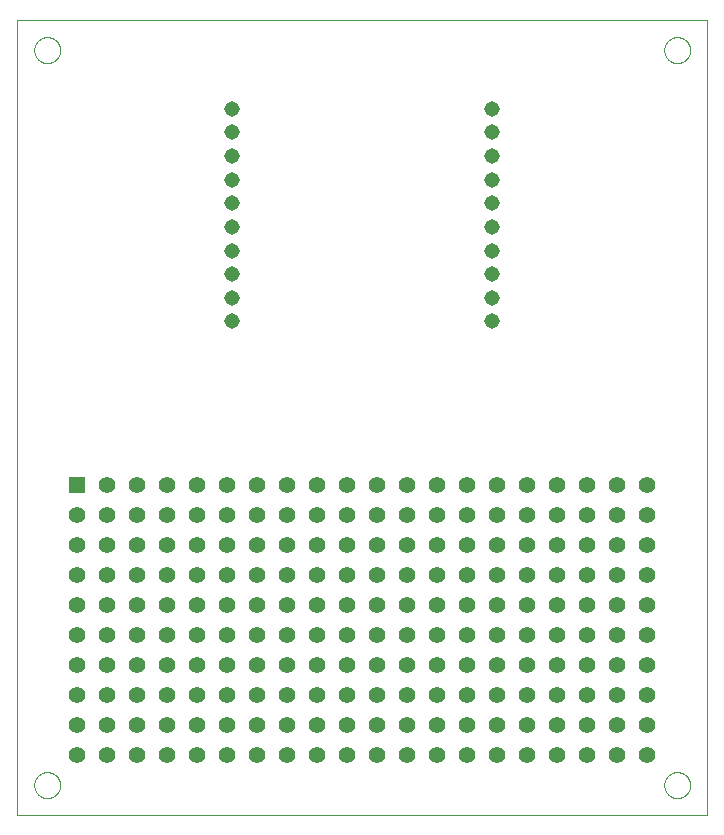
<source format=gtl>
G75*
%MOIN*%
%OFA0B0*%
%FSLAX25Y25*%
%IPPOS*%
%LPD*%
%AMOC8*
5,1,8,0,0,1.08239X$1,22.5*
%
%ADD10C,0.00000*%
%ADD11C,0.05150*%
%ADD12R,0.05512X0.05512*%
%ADD13C,0.05512*%
D10*
X0001267Y0001277D02*
X0001267Y0266277D01*
X0231267Y0266277D01*
X0231267Y0001277D01*
X0001267Y0001277D01*
X0006936Y0011277D02*
X0006938Y0011408D01*
X0006944Y0011540D01*
X0006954Y0011671D01*
X0006968Y0011802D01*
X0006986Y0011932D01*
X0007008Y0012061D01*
X0007033Y0012190D01*
X0007063Y0012318D01*
X0007097Y0012445D01*
X0007134Y0012572D01*
X0007175Y0012696D01*
X0007220Y0012820D01*
X0007269Y0012942D01*
X0007321Y0013063D01*
X0007377Y0013181D01*
X0007437Y0013299D01*
X0007500Y0013414D01*
X0007567Y0013527D01*
X0007637Y0013639D01*
X0007710Y0013748D01*
X0007786Y0013854D01*
X0007866Y0013959D01*
X0007949Y0014061D01*
X0008035Y0014160D01*
X0008124Y0014257D01*
X0008216Y0014351D01*
X0008311Y0014442D01*
X0008408Y0014531D01*
X0008508Y0014616D01*
X0008611Y0014698D01*
X0008716Y0014777D01*
X0008823Y0014853D01*
X0008933Y0014925D01*
X0009045Y0014994D01*
X0009159Y0015060D01*
X0009274Y0015122D01*
X0009392Y0015181D01*
X0009511Y0015236D01*
X0009632Y0015288D01*
X0009755Y0015335D01*
X0009879Y0015379D01*
X0010004Y0015420D01*
X0010130Y0015456D01*
X0010258Y0015489D01*
X0010386Y0015517D01*
X0010515Y0015542D01*
X0010645Y0015563D01*
X0010775Y0015580D01*
X0010906Y0015593D01*
X0011037Y0015602D01*
X0011168Y0015607D01*
X0011300Y0015608D01*
X0011431Y0015605D01*
X0011563Y0015598D01*
X0011694Y0015587D01*
X0011824Y0015572D01*
X0011954Y0015553D01*
X0012084Y0015530D01*
X0012212Y0015504D01*
X0012340Y0015473D01*
X0012467Y0015438D01*
X0012593Y0015400D01*
X0012717Y0015358D01*
X0012841Y0015312D01*
X0012962Y0015262D01*
X0013082Y0015209D01*
X0013201Y0015152D01*
X0013318Y0015092D01*
X0013432Y0015028D01*
X0013545Y0014960D01*
X0013656Y0014889D01*
X0013765Y0014815D01*
X0013871Y0014738D01*
X0013975Y0014657D01*
X0014076Y0014574D01*
X0014175Y0014487D01*
X0014271Y0014397D01*
X0014364Y0014304D01*
X0014455Y0014209D01*
X0014542Y0014111D01*
X0014627Y0014010D01*
X0014708Y0013907D01*
X0014786Y0013801D01*
X0014861Y0013693D01*
X0014933Y0013583D01*
X0015001Y0013471D01*
X0015066Y0013357D01*
X0015127Y0013240D01*
X0015185Y0013122D01*
X0015239Y0013002D01*
X0015290Y0012881D01*
X0015337Y0012758D01*
X0015380Y0012634D01*
X0015419Y0012509D01*
X0015455Y0012382D01*
X0015486Y0012254D01*
X0015514Y0012126D01*
X0015538Y0011997D01*
X0015558Y0011867D01*
X0015574Y0011736D01*
X0015586Y0011605D01*
X0015594Y0011474D01*
X0015598Y0011343D01*
X0015598Y0011211D01*
X0015594Y0011080D01*
X0015586Y0010949D01*
X0015574Y0010818D01*
X0015558Y0010687D01*
X0015538Y0010557D01*
X0015514Y0010428D01*
X0015486Y0010300D01*
X0015455Y0010172D01*
X0015419Y0010045D01*
X0015380Y0009920D01*
X0015337Y0009796D01*
X0015290Y0009673D01*
X0015239Y0009552D01*
X0015185Y0009432D01*
X0015127Y0009314D01*
X0015066Y0009197D01*
X0015001Y0009083D01*
X0014933Y0008971D01*
X0014861Y0008861D01*
X0014786Y0008753D01*
X0014708Y0008647D01*
X0014627Y0008544D01*
X0014542Y0008443D01*
X0014455Y0008345D01*
X0014364Y0008250D01*
X0014271Y0008157D01*
X0014175Y0008067D01*
X0014076Y0007980D01*
X0013975Y0007897D01*
X0013871Y0007816D01*
X0013765Y0007739D01*
X0013656Y0007665D01*
X0013545Y0007594D01*
X0013433Y0007526D01*
X0013318Y0007462D01*
X0013201Y0007402D01*
X0013082Y0007345D01*
X0012962Y0007292D01*
X0012841Y0007242D01*
X0012717Y0007196D01*
X0012593Y0007154D01*
X0012467Y0007116D01*
X0012340Y0007081D01*
X0012212Y0007050D01*
X0012084Y0007024D01*
X0011954Y0007001D01*
X0011824Y0006982D01*
X0011694Y0006967D01*
X0011563Y0006956D01*
X0011431Y0006949D01*
X0011300Y0006946D01*
X0011168Y0006947D01*
X0011037Y0006952D01*
X0010906Y0006961D01*
X0010775Y0006974D01*
X0010645Y0006991D01*
X0010515Y0007012D01*
X0010386Y0007037D01*
X0010258Y0007065D01*
X0010130Y0007098D01*
X0010004Y0007134D01*
X0009879Y0007175D01*
X0009755Y0007219D01*
X0009632Y0007266D01*
X0009511Y0007318D01*
X0009392Y0007373D01*
X0009274Y0007432D01*
X0009159Y0007494D01*
X0009045Y0007560D01*
X0008933Y0007629D01*
X0008823Y0007701D01*
X0008716Y0007777D01*
X0008611Y0007856D01*
X0008508Y0007938D01*
X0008408Y0008023D01*
X0008311Y0008112D01*
X0008216Y0008203D01*
X0008124Y0008297D01*
X0008035Y0008394D01*
X0007949Y0008493D01*
X0007866Y0008595D01*
X0007786Y0008700D01*
X0007710Y0008806D01*
X0007637Y0008915D01*
X0007567Y0009027D01*
X0007500Y0009140D01*
X0007437Y0009255D01*
X0007377Y0009373D01*
X0007321Y0009491D01*
X0007269Y0009612D01*
X0007220Y0009734D01*
X0007175Y0009858D01*
X0007134Y0009982D01*
X0007097Y0010109D01*
X0007063Y0010236D01*
X0007033Y0010364D01*
X0007008Y0010493D01*
X0006986Y0010622D01*
X0006968Y0010752D01*
X0006954Y0010883D01*
X0006944Y0011014D01*
X0006938Y0011146D01*
X0006936Y0011277D01*
X0006936Y0256277D02*
X0006938Y0256408D01*
X0006944Y0256540D01*
X0006954Y0256671D01*
X0006968Y0256802D01*
X0006986Y0256932D01*
X0007008Y0257061D01*
X0007033Y0257190D01*
X0007063Y0257318D01*
X0007097Y0257445D01*
X0007134Y0257572D01*
X0007175Y0257696D01*
X0007220Y0257820D01*
X0007269Y0257942D01*
X0007321Y0258063D01*
X0007377Y0258181D01*
X0007437Y0258299D01*
X0007500Y0258414D01*
X0007567Y0258527D01*
X0007637Y0258639D01*
X0007710Y0258748D01*
X0007786Y0258854D01*
X0007866Y0258959D01*
X0007949Y0259061D01*
X0008035Y0259160D01*
X0008124Y0259257D01*
X0008216Y0259351D01*
X0008311Y0259442D01*
X0008408Y0259531D01*
X0008508Y0259616D01*
X0008611Y0259698D01*
X0008716Y0259777D01*
X0008823Y0259853D01*
X0008933Y0259925D01*
X0009045Y0259994D01*
X0009159Y0260060D01*
X0009274Y0260122D01*
X0009392Y0260181D01*
X0009511Y0260236D01*
X0009632Y0260288D01*
X0009755Y0260335D01*
X0009879Y0260379D01*
X0010004Y0260420D01*
X0010130Y0260456D01*
X0010258Y0260489D01*
X0010386Y0260517D01*
X0010515Y0260542D01*
X0010645Y0260563D01*
X0010775Y0260580D01*
X0010906Y0260593D01*
X0011037Y0260602D01*
X0011168Y0260607D01*
X0011300Y0260608D01*
X0011431Y0260605D01*
X0011563Y0260598D01*
X0011694Y0260587D01*
X0011824Y0260572D01*
X0011954Y0260553D01*
X0012084Y0260530D01*
X0012212Y0260504D01*
X0012340Y0260473D01*
X0012467Y0260438D01*
X0012593Y0260400D01*
X0012717Y0260358D01*
X0012841Y0260312D01*
X0012962Y0260262D01*
X0013082Y0260209D01*
X0013201Y0260152D01*
X0013318Y0260092D01*
X0013432Y0260028D01*
X0013545Y0259960D01*
X0013656Y0259889D01*
X0013765Y0259815D01*
X0013871Y0259738D01*
X0013975Y0259657D01*
X0014076Y0259574D01*
X0014175Y0259487D01*
X0014271Y0259397D01*
X0014364Y0259304D01*
X0014455Y0259209D01*
X0014542Y0259111D01*
X0014627Y0259010D01*
X0014708Y0258907D01*
X0014786Y0258801D01*
X0014861Y0258693D01*
X0014933Y0258583D01*
X0015001Y0258471D01*
X0015066Y0258357D01*
X0015127Y0258240D01*
X0015185Y0258122D01*
X0015239Y0258002D01*
X0015290Y0257881D01*
X0015337Y0257758D01*
X0015380Y0257634D01*
X0015419Y0257509D01*
X0015455Y0257382D01*
X0015486Y0257254D01*
X0015514Y0257126D01*
X0015538Y0256997D01*
X0015558Y0256867D01*
X0015574Y0256736D01*
X0015586Y0256605D01*
X0015594Y0256474D01*
X0015598Y0256343D01*
X0015598Y0256211D01*
X0015594Y0256080D01*
X0015586Y0255949D01*
X0015574Y0255818D01*
X0015558Y0255687D01*
X0015538Y0255557D01*
X0015514Y0255428D01*
X0015486Y0255300D01*
X0015455Y0255172D01*
X0015419Y0255045D01*
X0015380Y0254920D01*
X0015337Y0254796D01*
X0015290Y0254673D01*
X0015239Y0254552D01*
X0015185Y0254432D01*
X0015127Y0254314D01*
X0015066Y0254197D01*
X0015001Y0254083D01*
X0014933Y0253971D01*
X0014861Y0253861D01*
X0014786Y0253753D01*
X0014708Y0253647D01*
X0014627Y0253544D01*
X0014542Y0253443D01*
X0014455Y0253345D01*
X0014364Y0253250D01*
X0014271Y0253157D01*
X0014175Y0253067D01*
X0014076Y0252980D01*
X0013975Y0252897D01*
X0013871Y0252816D01*
X0013765Y0252739D01*
X0013656Y0252665D01*
X0013545Y0252594D01*
X0013433Y0252526D01*
X0013318Y0252462D01*
X0013201Y0252402D01*
X0013082Y0252345D01*
X0012962Y0252292D01*
X0012841Y0252242D01*
X0012717Y0252196D01*
X0012593Y0252154D01*
X0012467Y0252116D01*
X0012340Y0252081D01*
X0012212Y0252050D01*
X0012084Y0252024D01*
X0011954Y0252001D01*
X0011824Y0251982D01*
X0011694Y0251967D01*
X0011563Y0251956D01*
X0011431Y0251949D01*
X0011300Y0251946D01*
X0011168Y0251947D01*
X0011037Y0251952D01*
X0010906Y0251961D01*
X0010775Y0251974D01*
X0010645Y0251991D01*
X0010515Y0252012D01*
X0010386Y0252037D01*
X0010258Y0252065D01*
X0010130Y0252098D01*
X0010004Y0252134D01*
X0009879Y0252175D01*
X0009755Y0252219D01*
X0009632Y0252266D01*
X0009511Y0252318D01*
X0009392Y0252373D01*
X0009274Y0252432D01*
X0009159Y0252494D01*
X0009045Y0252560D01*
X0008933Y0252629D01*
X0008823Y0252701D01*
X0008716Y0252777D01*
X0008611Y0252856D01*
X0008508Y0252938D01*
X0008408Y0253023D01*
X0008311Y0253112D01*
X0008216Y0253203D01*
X0008124Y0253297D01*
X0008035Y0253394D01*
X0007949Y0253493D01*
X0007866Y0253595D01*
X0007786Y0253700D01*
X0007710Y0253806D01*
X0007637Y0253915D01*
X0007567Y0254027D01*
X0007500Y0254140D01*
X0007437Y0254255D01*
X0007377Y0254373D01*
X0007321Y0254491D01*
X0007269Y0254612D01*
X0007220Y0254734D01*
X0007175Y0254858D01*
X0007134Y0254982D01*
X0007097Y0255109D01*
X0007063Y0255236D01*
X0007033Y0255364D01*
X0007008Y0255493D01*
X0006986Y0255622D01*
X0006968Y0255752D01*
X0006954Y0255883D01*
X0006944Y0256014D01*
X0006938Y0256146D01*
X0006936Y0256277D01*
X0216936Y0256277D02*
X0216938Y0256408D01*
X0216944Y0256540D01*
X0216954Y0256671D01*
X0216968Y0256802D01*
X0216986Y0256932D01*
X0217008Y0257061D01*
X0217033Y0257190D01*
X0217063Y0257318D01*
X0217097Y0257445D01*
X0217134Y0257572D01*
X0217175Y0257696D01*
X0217220Y0257820D01*
X0217269Y0257942D01*
X0217321Y0258063D01*
X0217377Y0258181D01*
X0217437Y0258299D01*
X0217500Y0258414D01*
X0217567Y0258527D01*
X0217637Y0258639D01*
X0217710Y0258748D01*
X0217786Y0258854D01*
X0217866Y0258959D01*
X0217949Y0259061D01*
X0218035Y0259160D01*
X0218124Y0259257D01*
X0218216Y0259351D01*
X0218311Y0259442D01*
X0218408Y0259531D01*
X0218508Y0259616D01*
X0218611Y0259698D01*
X0218716Y0259777D01*
X0218823Y0259853D01*
X0218933Y0259925D01*
X0219045Y0259994D01*
X0219159Y0260060D01*
X0219274Y0260122D01*
X0219392Y0260181D01*
X0219511Y0260236D01*
X0219632Y0260288D01*
X0219755Y0260335D01*
X0219879Y0260379D01*
X0220004Y0260420D01*
X0220130Y0260456D01*
X0220258Y0260489D01*
X0220386Y0260517D01*
X0220515Y0260542D01*
X0220645Y0260563D01*
X0220775Y0260580D01*
X0220906Y0260593D01*
X0221037Y0260602D01*
X0221168Y0260607D01*
X0221300Y0260608D01*
X0221431Y0260605D01*
X0221563Y0260598D01*
X0221694Y0260587D01*
X0221824Y0260572D01*
X0221954Y0260553D01*
X0222084Y0260530D01*
X0222212Y0260504D01*
X0222340Y0260473D01*
X0222467Y0260438D01*
X0222593Y0260400D01*
X0222717Y0260358D01*
X0222841Y0260312D01*
X0222962Y0260262D01*
X0223082Y0260209D01*
X0223201Y0260152D01*
X0223318Y0260092D01*
X0223432Y0260028D01*
X0223545Y0259960D01*
X0223656Y0259889D01*
X0223765Y0259815D01*
X0223871Y0259738D01*
X0223975Y0259657D01*
X0224076Y0259574D01*
X0224175Y0259487D01*
X0224271Y0259397D01*
X0224364Y0259304D01*
X0224455Y0259209D01*
X0224542Y0259111D01*
X0224627Y0259010D01*
X0224708Y0258907D01*
X0224786Y0258801D01*
X0224861Y0258693D01*
X0224933Y0258583D01*
X0225001Y0258471D01*
X0225066Y0258357D01*
X0225127Y0258240D01*
X0225185Y0258122D01*
X0225239Y0258002D01*
X0225290Y0257881D01*
X0225337Y0257758D01*
X0225380Y0257634D01*
X0225419Y0257509D01*
X0225455Y0257382D01*
X0225486Y0257254D01*
X0225514Y0257126D01*
X0225538Y0256997D01*
X0225558Y0256867D01*
X0225574Y0256736D01*
X0225586Y0256605D01*
X0225594Y0256474D01*
X0225598Y0256343D01*
X0225598Y0256211D01*
X0225594Y0256080D01*
X0225586Y0255949D01*
X0225574Y0255818D01*
X0225558Y0255687D01*
X0225538Y0255557D01*
X0225514Y0255428D01*
X0225486Y0255300D01*
X0225455Y0255172D01*
X0225419Y0255045D01*
X0225380Y0254920D01*
X0225337Y0254796D01*
X0225290Y0254673D01*
X0225239Y0254552D01*
X0225185Y0254432D01*
X0225127Y0254314D01*
X0225066Y0254197D01*
X0225001Y0254083D01*
X0224933Y0253971D01*
X0224861Y0253861D01*
X0224786Y0253753D01*
X0224708Y0253647D01*
X0224627Y0253544D01*
X0224542Y0253443D01*
X0224455Y0253345D01*
X0224364Y0253250D01*
X0224271Y0253157D01*
X0224175Y0253067D01*
X0224076Y0252980D01*
X0223975Y0252897D01*
X0223871Y0252816D01*
X0223765Y0252739D01*
X0223656Y0252665D01*
X0223545Y0252594D01*
X0223433Y0252526D01*
X0223318Y0252462D01*
X0223201Y0252402D01*
X0223082Y0252345D01*
X0222962Y0252292D01*
X0222841Y0252242D01*
X0222717Y0252196D01*
X0222593Y0252154D01*
X0222467Y0252116D01*
X0222340Y0252081D01*
X0222212Y0252050D01*
X0222084Y0252024D01*
X0221954Y0252001D01*
X0221824Y0251982D01*
X0221694Y0251967D01*
X0221563Y0251956D01*
X0221431Y0251949D01*
X0221300Y0251946D01*
X0221168Y0251947D01*
X0221037Y0251952D01*
X0220906Y0251961D01*
X0220775Y0251974D01*
X0220645Y0251991D01*
X0220515Y0252012D01*
X0220386Y0252037D01*
X0220258Y0252065D01*
X0220130Y0252098D01*
X0220004Y0252134D01*
X0219879Y0252175D01*
X0219755Y0252219D01*
X0219632Y0252266D01*
X0219511Y0252318D01*
X0219392Y0252373D01*
X0219274Y0252432D01*
X0219159Y0252494D01*
X0219045Y0252560D01*
X0218933Y0252629D01*
X0218823Y0252701D01*
X0218716Y0252777D01*
X0218611Y0252856D01*
X0218508Y0252938D01*
X0218408Y0253023D01*
X0218311Y0253112D01*
X0218216Y0253203D01*
X0218124Y0253297D01*
X0218035Y0253394D01*
X0217949Y0253493D01*
X0217866Y0253595D01*
X0217786Y0253700D01*
X0217710Y0253806D01*
X0217637Y0253915D01*
X0217567Y0254027D01*
X0217500Y0254140D01*
X0217437Y0254255D01*
X0217377Y0254373D01*
X0217321Y0254491D01*
X0217269Y0254612D01*
X0217220Y0254734D01*
X0217175Y0254858D01*
X0217134Y0254982D01*
X0217097Y0255109D01*
X0217063Y0255236D01*
X0217033Y0255364D01*
X0217008Y0255493D01*
X0216986Y0255622D01*
X0216968Y0255752D01*
X0216954Y0255883D01*
X0216944Y0256014D01*
X0216938Y0256146D01*
X0216936Y0256277D01*
X0216936Y0011277D02*
X0216938Y0011408D01*
X0216944Y0011540D01*
X0216954Y0011671D01*
X0216968Y0011802D01*
X0216986Y0011932D01*
X0217008Y0012061D01*
X0217033Y0012190D01*
X0217063Y0012318D01*
X0217097Y0012445D01*
X0217134Y0012572D01*
X0217175Y0012696D01*
X0217220Y0012820D01*
X0217269Y0012942D01*
X0217321Y0013063D01*
X0217377Y0013181D01*
X0217437Y0013299D01*
X0217500Y0013414D01*
X0217567Y0013527D01*
X0217637Y0013639D01*
X0217710Y0013748D01*
X0217786Y0013854D01*
X0217866Y0013959D01*
X0217949Y0014061D01*
X0218035Y0014160D01*
X0218124Y0014257D01*
X0218216Y0014351D01*
X0218311Y0014442D01*
X0218408Y0014531D01*
X0218508Y0014616D01*
X0218611Y0014698D01*
X0218716Y0014777D01*
X0218823Y0014853D01*
X0218933Y0014925D01*
X0219045Y0014994D01*
X0219159Y0015060D01*
X0219274Y0015122D01*
X0219392Y0015181D01*
X0219511Y0015236D01*
X0219632Y0015288D01*
X0219755Y0015335D01*
X0219879Y0015379D01*
X0220004Y0015420D01*
X0220130Y0015456D01*
X0220258Y0015489D01*
X0220386Y0015517D01*
X0220515Y0015542D01*
X0220645Y0015563D01*
X0220775Y0015580D01*
X0220906Y0015593D01*
X0221037Y0015602D01*
X0221168Y0015607D01*
X0221300Y0015608D01*
X0221431Y0015605D01*
X0221563Y0015598D01*
X0221694Y0015587D01*
X0221824Y0015572D01*
X0221954Y0015553D01*
X0222084Y0015530D01*
X0222212Y0015504D01*
X0222340Y0015473D01*
X0222467Y0015438D01*
X0222593Y0015400D01*
X0222717Y0015358D01*
X0222841Y0015312D01*
X0222962Y0015262D01*
X0223082Y0015209D01*
X0223201Y0015152D01*
X0223318Y0015092D01*
X0223432Y0015028D01*
X0223545Y0014960D01*
X0223656Y0014889D01*
X0223765Y0014815D01*
X0223871Y0014738D01*
X0223975Y0014657D01*
X0224076Y0014574D01*
X0224175Y0014487D01*
X0224271Y0014397D01*
X0224364Y0014304D01*
X0224455Y0014209D01*
X0224542Y0014111D01*
X0224627Y0014010D01*
X0224708Y0013907D01*
X0224786Y0013801D01*
X0224861Y0013693D01*
X0224933Y0013583D01*
X0225001Y0013471D01*
X0225066Y0013357D01*
X0225127Y0013240D01*
X0225185Y0013122D01*
X0225239Y0013002D01*
X0225290Y0012881D01*
X0225337Y0012758D01*
X0225380Y0012634D01*
X0225419Y0012509D01*
X0225455Y0012382D01*
X0225486Y0012254D01*
X0225514Y0012126D01*
X0225538Y0011997D01*
X0225558Y0011867D01*
X0225574Y0011736D01*
X0225586Y0011605D01*
X0225594Y0011474D01*
X0225598Y0011343D01*
X0225598Y0011211D01*
X0225594Y0011080D01*
X0225586Y0010949D01*
X0225574Y0010818D01*
X0225558Y0010687D01*
X0225538Y0010557D01*
X0225514Y0010428D01*
X0225486Y0010300D01*
X0225455Y0010172D01*
X0225419Y0010045D01*
X0225380Y0009920D01*
X0225337Y0009796D01*
X0225290Y0009673D01*
X0225239Y0009552D01*
X0225185Y0009432D01*
X0225127Y0009314D01*
X0225066Y0009197D01*
X0225001Y0009083D01*
X0224933Y0008971D01*
X0224861Y0008861D01*
X0224786Y0008753D01*
X0224708Y0008647D01*
X0224627Y0008544D01*
X0224542Y0008443D01*
X0224455Y0008345D01*
X0224364Y0008250D01*
X0224271Y0008157D01*
X0224175Y0008067D01*
X0224076Y0007980D01*
X0223975Y0007897D01*
X0223871Y0007816D01*
X0223765Y0007739D01*
X0223656Y0007665D01*
X0223545Y0007594D01*
X0223433Y0007526D01*
X0223318Y0007462D01*
X0223201Y0007402D01*
X0223082Y0007345D01*
X0222962Y0007292D01*
X0222841Y0007242D01*
X0222717Y0007196D01*
X0222593Y0007154D01*
X0222467Y0007116D01*
X0222340Y0007081D01*
X0222212Y0007050D01*
X0222084Y0007024D01*
X0221954Y0007001D01*
X0221824Y0006982D01*
X0221694Y0006967D01*
X0221563Y0006956D01*
X0221431Y0006949D01*
X0221300Y0006946D01*
X0221168Y0006947D01*
X0221037Y0006952D01*
X0220906Y0006961D01*
X0220775Y0006974D01*
X0220645Y0006991D01*
X0220515Y0007012D01*
X0220386Y0007037D01*
X0220258Y0007065D01*
X0220130Y0007098D01*
X0220004Y0007134D01*
X0219879Y0007175D01*
X0219755Y0007219D01*
X0219632Y0007266D01*
X0219511Y0007318D01*
X0219392Y0007373D01*
X0219274Y0007432D01*
X0219159Y0007494D01*
X0219045Y0007560D01*
X0218933Y0007629D01*
X0218823Y0007701D01*
X0218716Y0007777D01*
X0218611Y0007856D01*
X0218508Y0007938D01*
X0218408Y0008023D01*
X0218311Y0008112D01*
X0218216Y0008203D01*
X0218124Y0008297D01*
X0218035Y0008394D01*
X0217949Y0008493D01*
X0217866Y0008595D01*
X0217786Y0008700D01*
X0217710Y0008806D01*
X0217637Y0008915D01*
X0217567Y0009027D01*
X0217500Y0009140D01*
X0217437Y0009255D01*
X0217377Y0009373D01*
X0217321Y0009491D01*
X0217269Y0009612D01*
X0217220Y0009734D01*
X0217175Y0009858D01*
X0217134Y0009982D01*
X0217097Y0010109D01*
X0217063Y0010236D01*
X0217033Y0010364D01*
X0217008Y0010493D01*
X0216986Y0010622D01*
X0216968Y0010752D01*
X0216954Y0010883D01*
X0216944Y0011014D01*
X0216938Y0011146D01*
X0216936Y0011277D01*
D11*
X0159574Y0165844D03*
X0159574Y0173718D03*
X0159574Y0181592D03*
X0159574Y0189466D03*
X0159574Y0197340D03*
X0159574Y0205214D03*
X0159574Y0213088D03*
X0159574Y0220962D03*
X0159574Y0228836D03*
X0159574Y0236710D03*
X0072960Y0236710D03*
X0072960Y0228836D03*
X0072960Y0220962D03*
X0072960Y0213088D03*
X0072960Y0205214D03*
X0072960Y0197340D03*
X0072960Y0189466D03*
X0072960Y0181592D03*
X0072960Y0173718D03*
X0072960Y0165844D03*
D12*
X0021267Y0111277D03*
D13*
X0031267Y0111277D03*
X0041267Y0111277D03*
X0041267Y0101277D03*
X0041267Y0091277D03*
X0041267Y0081277D03*
X0041267Y0071277D03*
X0041267Y0061277D03*
X0041267Y0051277D03*
X0041267Y0041277D03*
X0041267Y0031277D03*
X0041267Y0021277D03*
X0031267Y0021277D03*
X0031267Y0031277D03*
X0031267Y0041277D03*
X0031267Y0051277D03*
X0031267Y0061277D03*
X0031267Y0071277D03*
X0031267Y0081277D03*
X0031267Y0091277D03*
X0031267Y0101277D03*
X0021267Y0101277D03*
X0021267Y0091277D03*
X0021267Y0081277D03*
X0021267Y0071277D03*
X0021267Y0061277D03*
X0021267Y0051277D03*
X0021267Y0041277D03*
X0021267Y0031277D03*
X0021267Y0021277D03*
X0051267Y0021277D03*
X0051267Y0031277D03*
X0051267Y0041277D03*
X0051267Y0051277D03*
X0051267Y0061277D03*
X0051267Y0071277D03*
X0051267Y0081277D03*
X0051267Y0091277D03*
X0051267Y0101277D03*
X0051267Y0111277D03*
X0061267Y0111277D03*
X0071267Y0111277D03*
X0081267Y0111277D03*
X0081267Y0101277D03*
X0081267Y0091277D03*
X0081267Y0081277D03*
X0081267Y0071277D03*
X0081267Y0061277D03*
X0081267Y0051277D03*
X0081267Y0041277D03*
X0081267Y0031277D03*
X0081267Y0021277D03*
X0071267Y0021277D03*
X0071267Y0031277D03*
X0071267Y0041277D03*
X0071267Y0051277D03*
X0071267Y0061277D03*
X0071267Y0071277D03*
X0071267Y0081277D03*
X0071267Y0091277D03*
X0071267Y0101277D03*
X0061267Y0101277D03*
X0061267Y0091277D03*
X0061267Y0081277D03*
X0061267Y0071277D03*
X0061267Y0061277D03*
X0061267Y0051277D03*
X0061267Y0041277D03*
X0061267Y0031277D03*
X0061267Y0021277D03*
X0091267Y0021277D03*
X0091267Y0031277D03*
X0091267Y0041277D03*
X0091267Y0051277D03*
X0091267Y0061277D03*
X0091267Y0071277D03*
X0091267Y0081277D03*
X0091267Y0091277D03*
X0091267Y0101277D03*
X0091267Y0111277D03*
X0101267Y0111277D03*
X0111267Y0111277D03*
X0111267Y0101277D03*
X0111267Y0091277D03*
X0111267Y0081277D03*
X0111267Y0071277D03*
X0111267Y0061277D03*
X0111267Y0051277D03*
X0111267Y0041277D03*
X0111267Y0031277D03*
X0111267Y0021277D03*
X0101267Y0021277D03*
X0101267Y0031277D03*
X0101267Y0041277D03*
X0101267Y0051277D03*
X0101267Y0061277D03*
X0101267Y0071277D03*
X0101267Y0081277D03*
X0101267Y0091277D03*
X0101267Y0101277D03*
X0121267Y0101277D03*
X0121267Y0091277D03*
X0131267Y0091277D03*
X0131267Y0101277D03*
X0131267Y0111277D03*
X0141267Y0111277D03*
X0141267Y0101277D03*
X0141267Y0091277D03*
X0141267Y0081277D03*
X0141267Y0071277D03*
X0141267Y0061277D03*
X0141267Y0051277D03*
X0141267Y0041277D03*
X0141267Y0031277D03*
X0141267Y0021277D03*
X0131267Y0021277D03*
X0131267Y0031277D03*
X0131267Y0041277D03*
X0131267Y0051277D03*
X0131267Y0061277D03*
X0131267Y0071277D03*
X0131267Y0081277D03*
X0121267Y0081277D03*
X0121267Y0071277D03*
X0121267Y0061277D03*
X0121267Y0051277D03*
X0121267Y0041277D03*
X0121267Y0031277D03*
X0121267Y0021277D03*
X0151267Y0021277D03*
X0151267Y0031277D03*
X0151267Y0041277D03*
X0151267Y0051277D03*
X0151267Y0061277D03*
X0151267Y0071277D03*
X0151267Y0081277D03*
X0151267Y0091277D03*
X0151267Y0101277D03*
X0151267Y0111277D03*
X0161267Y0111277D03*
X0171267Y0111277D03*
X0181267Y0111277D03*
X0181267Y0101277D03*
X0181267Y0091277D03*
X0181267Y0081277D03*
X0181267Y0071277D03*
X0181267Y0061277D03*
X0181267Y0051277D03*
X0181267Y0041277D03*
X0181267Y0031277D03*
X0181267Y0021277D03*
X0171267Y0021277D03*
X0171267Y0031277D03*
X0171267Y0041277D03*
X0171267Y0051277D03*
X0171267Y0061277D03*
X0171267Y0071277D03*
X0171267Y0081277D03*
X0171267Y0091277D03*
X0171267Y0101277D03*
X0161267Y0101277D03*
X0161267Y0091277D03*
X0161267Y0081277D03*
X0161267Y0071277D03*
X0161267Y0061277D03*
X0161267Y0051277D03*
X0161267Y0041277D03*
X0161267Y0031277D03*
X0161267Y0021277D03*
X0191267Y0021277D03*
X0191267Y0031277D03*
X0191267Y0041277D03*
X0191267Y0051277D03*
X0191267Y0061277D03*
X0191267Y0071277D03*
X0191267Y0081277D03*
X0191267Y0091277D03*
X0191267Y0101277D03*
X0191267Y0111277D03*
X0201267Y0111277D03*
X0211267Y0111277D03*
X0211267Y0101277D03*
X0211267Y0091277D03*
X0211267Y0081277D03*
X0211267Y0071277D03*
X0211267Y0061277D03*
X0211267Y0051277D03*
X0211267Y0041277D03*
X0211267Y0031277D03*
X0211267Y0021277D03*
X0201267Y0021277D03*
X0201267Y0031277D03*
X0201267Y0041277D03*
X0201267Y0051277D03*
X0201267Y0061277D03*
X0201267Y0071277D03*
X0201267Y0081277D03*
X0201267Y0091277D03*
X0201267Y0101277D03*
X0121267Y0111277D03*
M02*

</source>
